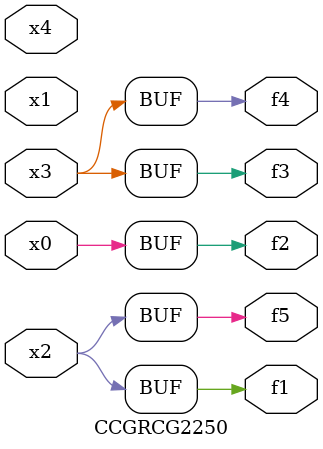
<source format=v>
module CCGRCG2250(
	input x0, x1, x2, x3, x4,
	output f1, f2, f3, f4, f5
);
	assign f1 = x2;
	assign f2 = x0;
	assign f3 = x3;
	assign f4 = x3;
	assign f5 = x2;
endmodule

</source>
